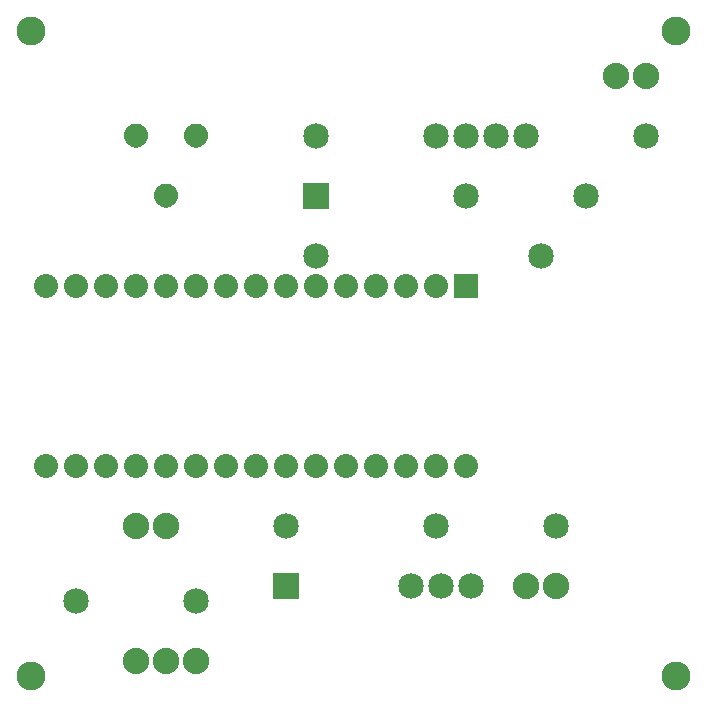
<source format=gbs>
G04 MADE WITH FRITZING*
G04 WWW.FRITZING.ORG*
G04 DOUBLE SIDED*
G04 HOLES PLATED*
G04 CONTOUR ON CENTER OF CONTOUR VECTOR*
%ASAXBY*%
%FSLAX23Y23*%
%MOIN*%
%OFA0B0*%
%SFA1.0B1.0*%
%ADD10C,0.080000*%
%ADD11C,0.085000*%
%ADD12C,0.088000*%
%ADD13C,0.096614*%
%ADD14R,0.080000X0.079972*%
%ADD15R,0.085000X0.085000*%
%ADD16R,0.001000X0.001000*%
%LNMASK0*%
G90*
G70*
G54D10*
X1561Y1422D03*
X1461Y1422D03*
X1361Y1422D03*
X1261Y1422D03*
X1161Y1422D03*
X1061Y1422D03*
X961Y1422D03*
X861Y1422D03*
X761Y1422D03*
X661Y1422D03*
X561Y1422D03*
X461Y1422D03*
X361Y1422D03*
X261Y1422D03*
X161Y1422D03*
X1561Y822D03*
X1461Y822D03*
X1361Y822D03*
X1261Y822D03*
X1161Y822D03*
X1061Y822D03*
X961Y822D03*
X861Y822D03*
X761Y822D03*
X661Y822D03*
X561Y822D03*
X461Y822D03*
X361Y822D03*
X261Y822D03*
X161Y822D03*
G54D11*
X961Y422D03*
X961Y622D03*
X1061Y1722D03*
X1061Y1922D03*
X1661Y1922D03*
X1561Y1922D03*
X1461Y1922D03*
X1661Y1922D03*
X1561Y1922D03*
X1461Y1922D03*
X1376Y422D03*
X1476Y422D03*
X1576Y422D03*
X1376Y422D03*
X1476Y422D03*
X1576Y422D03*
X1861Y622D03*
X1461Y622D03*
X1961Y1722D03*
X1561Y1722D03*
X1761Y1922D03*
X2161Y1922D03*
G54D12*
X2161Y2122D03*
X2061Y2122D03*
X561Y622D03*
X461Y622D03*
X661Y172D03*
X561Y172D03*
X461Y172D03*
X1761Y422D03*
X1861Y422D03*
G54D11*
X261Y372D03*
X661Y372D03*
G54D13*
X111Y122D03*
X111Y2272D03*
X2261Y2272D03*
X2261Y122D03*
G54D11*
X1061Y1522D03*
X1811Y1522D03*
G54D14*
X1561Y1422D03*
G54D15*
X961Y422D03*
X1061Y1722D03*
G54D16*
X455Y1962D02*
X465Y1962D01*
X655Y1962D02*
X665Y1962D01*
X450Y1961D02*
X470Y1961D01*
X650Y1961D02*
X670Y1961D01*
X447Y1960D02*
X473Y1960D01*
X647Y1960D02*
X673Y1960D01*
X444Y1959D02*
X476Y1959D01*
X644Y1959D02*
X676Y1959D01*
X442Y1958D02*
X478Y1958D01*
X642Y1958D02*
X678Y1958D01*
X440Y1957D02*
X480Y1957D01*
X640Y1957D02*
X680Y1957D01*
X439Y1956D02*
X481Y1956D01*
X639Y1956D02*
X681Y1956D01*
X437Y1955D02*
X483Y1955D01*
X637Y1955D02*
X683Y1955D01*
X436Y1954D02*
X484Y1954D01*
X636Y1954D02*
X684Y1954D01*
X435Y1953D02*
X485Y1953D01*
X635Y1953D02*
X685Y1953D01*
X434Y1952D02*
X487Y1952D01*
X634Y1952D02*
X686Y1952D01*
X432Y1951D02*
X488Y1951D01*
X632Y1951D02*
X688Y1951D01*
X432Y1950D02*
X489Y1950D01*
X631Y1950D02*
X689Y1950D01*
X431Y1949D02*
X489Y1949D01*
X631Y1949D02*
X689Y1949D01*
X430Y1948D02*
X490Y1948D01*
X630Y1948D02*
X690Y1948D01*
X429Y1947D02*
X491Y1947D01*
X629Y1947D02*
X691Y1947D01*
X428Y1946D02*
X492Y1946D01*
X628Y1946D02*
X692Y1946D01*
X428Y1945D02*
X493Y1945D01*
X627Y1945D02*
X693Y1945D01*
X427Y1944D02*
X493Y1944D01*
X627Y1944D02*
X693Y1944D01*
X426Y1943D02*
X494Y1943D01*
X626Y1943D02*
X694Y1943D01*
X426Y1942D02*
X494Y1942D01*
X626Y1942D02*
X694Y1942D01*
X425Y1941D02*
X495Y1941D01*
X625Y1941D02*
X695Y1941D01*
X425Y1940D02*
X495Y1940D01*
X625Y1940D02*
X695Y1940D01*
X424Y1939D02*
X496Y1939D01*
X624Y1939D02*
X696Y1939D01*
X424Y1938D02*
X496Y1938D01*
X624Y1938D02*
X696Y1938D01*
X423Y1937D02*
X497Y1937D01*
X623Y1937D02*
X697Y1937D01*
X423Y1936D02*
X497Y1936D01*
X623Y1936D02*
X697Y1936D01*
X423Y1935D02*
X497Y1935D01*
X623Y1935D02*
X697Y1935D01*
X422Y1934D02*
X498Y1934D01*
X622Y1934D02*
X698Y1934D01*
X422Y1933D02*
X498Y1933D01*
X622Y1933D02*
X698Y1933D01*
X422Y1932D02*
X498Y1932D01*
X622Y1932D02*
X698Y1932D01*
X422Y1931D02*
X499Y1931D01*
X622Y1931D02*
X699Y1931D01*
X421Y1930D02*
X499Y1930D01*
X621Y1930D02*
X699Y1930D01*
X421Y1929D02*
X499Y1929D01*
X621Y1929D02*
X699Y1929D01*
X421Y1928D02*
X499Y1928D01*
X621Y1928D02*
X699Y1928D01*
X421Y1927D02*
X499Y1927D01*
X621Y1927D02*
X699Y1927D01*
X421Y1926D02*
X499Y1926D01*
X621Y1926D02*
X699Y1926D01*
X421Y1925D02*
X499Y1925D01*
X621Y1925D02*
X699Y1925D01*
X421Y1924D02*
X499Y1924D01*
X621Y1924D02*
X699Y1924D01*
X421Y1923D02*
X499Y1923D01*
X621Y1923D02*
X699Y1923D01*
X421Y1922D02*
X499Y1922D01*
X621Y1922D02*
X699Y1922D01*
X421Y1921D02*
X499Y1921D01*
X621Y1921D02*
X699Y1921D01*
X421Y1920D02*
X499Y1920D01*
X621Y1920D02*
X699Y1920D01*
X421Y1919D02*
X499Y1919D01*
X621Y1919D02*
X699Y1919D01*
X421Y1918D02*
X499Y1918D01*
X621Y1918D02*
X699Y1918D01*
X421Y1917D02*
X499Y1917D01*
X621Y1917D02*
X699Y1917D01*
X421Y1916D02*
X499Y1916D01*
X621Y1916D02*
X699Y1916D01*
X421Y1915D02*
X499Y1915D01*
X621Y1915D02*
X699Y1915D01*
X422Y1914D02*
X499Y1914D01*
X622Y1914D02*
X698Y1914D01*
X422Y1913D02*
X498Y1913D01*
X622Y1913D02*
X698Y1913D01*
X422Y1912D02*
X498Y1912D01*
X622Y1912D02*
X698Y1912D01*
X422Y1911D02*
X498Y1911D01*
X622Y1911D02*
X698Y1911D01*
X423Y1910D02*
X497Y1910D01*
X623Y1910D02*
X697Y1910D01*
X423Y1909D02*
X497Y1909D01*
X623Y1909D02*
X697Y1909D01*
X423Y1908D02*
X497Y1908D01*
X623Y1908D02*
X697Y1908D01*
X424Y1907D02*
X496Y1907D01*
X624Y1907D02*
X696Y1907D01*
X424Y1906D02*
X496Y1906D01*
X624Y1906D02*
X696Y1906D01*
X425Y1905D02*
X495Y1905D01*
X625Y1905D02*
X695Y1905D01*
X425Y1904D02*
X495Y1904D01*
X625Y1904D02*
X695Y1904D01*
X426Y1903D02*
X494Y1903D01*
X626Y1903D02*
X694Y1903D01*
X426Y1902D02*
X494Y1902D01*
X626Y1902D02*
X694Y1902D01*
X427Y1901D02*
X493Y1901D01*
X627Y1901D02*
X693Y1901D01*
X428Y1900D02*
X492Y1900D01*
X628Y1900D02*
X692Y1900D01*
X428Y1899D02*
X492Y1899D01*
X628Y1899D02*
X692Y1899D01*
X429Y1898D02*
X491Y1898D01*
X629Y1898D02*
X691Y1898D01*
X430Y1897D02*
X490Y1897D01*
X630Y1897D02*
X690Y1897D01*
X431Y1896D02*
X489Y1896D01*
X631Y1896D02*
X689Y1896D01*
X432Y1895D02*
X488Y1895D01*
X632Y1895D02*
X688Y1895D01*
X433Y1894D02*
X488Y1894D01*
X633Y1894D02*
X687Y1894D01*
X434Y1893D02*
X486Y1893D01*
X634Y1893D02*
X686Y1893D01*
X435Y1892D02*
X485Y1892D01*
X635Y1892D02*
X685Y1892D01*
X436Y1891D02*
X484Y1891D01*
X636Y1891D02*
X684Y1891D01*
X437Y1890D02*
X483Y1890D01*
X637Y1890D02*
X683Y1890D01*
X439Y1889D02*
X481Y1889D01*
X639Y1889D02*
X681Y1889D01*
X441Y1888D02*
X480Y1888D01*
X641Y1888D02*
X679Y1888D01*
X442Y1887D02*
X478Y1887D01*
X642Y1887D02*
X678Y1887D01*
X444Y1886D02*
X476Y1886D01*
X644Y1886D02*
X676Y1886D01*
X447Y1885D02*
X473Y1885D01*
X647Y1885D02*
X673Y1885D01*
X450Y1884D02*
X470Y1884D01*
X650Y1884D02*
X670Y1884D01*
X455Y1883D02*
X465Y1883D01*
X655Y1883D02*
X665Y1883D01*
X554Y1762D02*
X566Y1762D01*
X550Y1761D02*
X570Y1761D01*
X547Y1760D02*
X573Y1760D01*
X544Y1759D02*
X576Y1759D01*
X542Y1758D02*
X578Y1758D01*
X540Y1757D02*
X580Y1757D01*
X539Y1756D02*
X581Y1756D01*
X537Y1755D02*
X583Y1755D01*
X536Y1754D02*
X584Y1754D01*
X535Y1753D02*
X585Y1753D01*
X534Y1752D02*
X587Y1752D01*
X532Y1751D02*
X588Y1751D01*
X531Y1750D02*
X589Y1750D01*
X531Y1749D02*
X589Y1749D01*
X530Y1748D02*
X590Y1748D01*
X529Y1747D02*
X591Y1747D01*
X528Y1746D02*
X592Y1746D01*
X527Y1745D02*
X593Y1745D01*
X527Y1744D02*
X593Y1744D01*
X526Y1743D02*
X594Y1743D01*
X526Y1742D02*
X594Y1742D01*
X525Y1741D02*
X595Y1741D01*
X525Y1740D02*
X595Y1740D01*
X524Y1739D02*
X596Y1739D01*
X524Y1738D02*
X596Y1738D01*
X523Y1737D02*
X597Y1737D01*
X523Y1736D02*
X597Y1736D01*
X523Y1735D02*
X597Y1735D01*
X522Y1734D02*
X598Y1734D01*
X522Y1733D02*
X598Y1733D01*
X522Y1732D02*
X598Y1732D01*
X521Y1731D02*
X599Y1731D01*
X521Y1730D02*
X599Y1730D01*
X521Y1729D02*
X599Y1729D01*
X521Y1728D02*
X599Y1728D01*
X521Y1727D02*
X599Y1727D01*
X521Y1726D02*
X599Y1726D01*
X521Y1725D02*
X599Y1725D01*
X521Y1724D02*
X599Y1724D01*
X521Y1723D02*
X599Y1723D01*
X521Y1722D02*
X599Y1722D01*
X521Y1721D02*
X599Y1721D01*
X521Y1720D02*
X599Y1720D01*
X521Y1719D02*
X599Y1719D01*
X521Y1718D02*
X599Y1718D01*
X521Y1717D02*
X599Y1717D01*
X521Y1716D02*
X599Y1716D01*
X521Y1715D02*
X599Y1715D01*
X522Y1714D02*
X598Y1714D01*
X522Y1713D02*
X598Y1713D01*
X522Y1712D02*
X598Y1712D01*
X522Y1711D02*
X598Y1711D01*
X523Y1710D02*
X597Y1710D01*
X523Y1709D02*
X597Y1709D01*
X523Y1708D02*
X597Y1708D01*
X524Y1707D02*
X596Y1707D01*
X524Y1706D02*
X596Y1706D01*
X525Y1705D02*
X595Y1705D01*
X525Y1704D02*
X595Y1704D01*
X526Y1703D02*
X594Y1703D01*
X526Y1702D02*
X594Y1702D01*
X527Y1701D02*
X593Y1701D01*
X528Y1700D02*
X592Y1700D01*
X528Y1699D02*
X592Y1699D01*
X529Y1698D02*
X591Y1698D01*
X530Y1697D02*
X590Y1697D01*
X531Y1696D02*
X589Y1696D01*
X532Y1695D02*
X588Y1695D01*
X533Y1694D02*
X587Y1694D01*
X534Y1693D02*
X586Y1693D01*
X535Y1692D02*
X585Y1692D01*
X536Y1691D02*
X584Y1691D01*
X537Y1690D02*
X583Y1690D01*
X539Y1689D02*
X581Y1689D01*
X541Y1688D02*
X579Y1688D01*
X542Y1687D02*
X578Y1687D01*
X544Y1686D02*
X576Y1686D01*
X547Y1685D02*
X573Y1685D01*
X550Y1684D02*
X570Y1684D01*
X555Y1683D02*
X565Y1683D01*
D02*
G04 End of Mask0*
M02*
</source>
